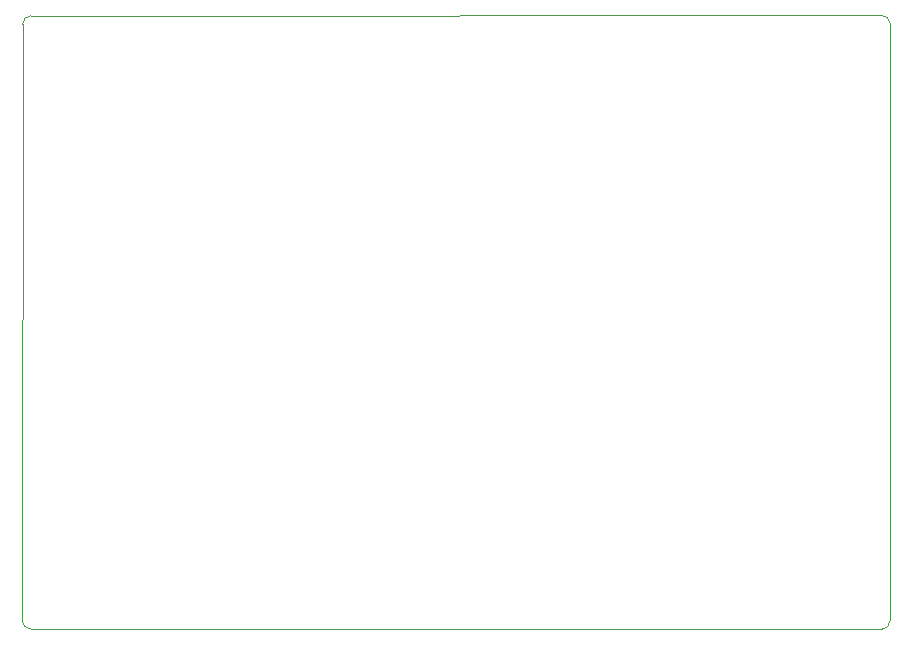
<source format=gbr>
G04 #@! TF.GenerationSoftware,KiCad,Pcbnew,8.0.6-8.0.6-0~ubuntu24.04.1*
G04 #@! TF.CreationDate,2024-11-11T15:02:52+01:00*
G04 #@! TF.ProjectId,PicoMother,5069636f-4d6f-4746-9865-722e6b696361,1*
G04 #@! TF.SameCoordinates,Original*
G04 #@! TF.FileFunction,Profile,NP*
%FSLAX46Y46*%
G04 Gerber Fmt 4.6, Leading zero omitted, Abs format (unit mm)*
G04 Created by KiCad (PCBNEW 8.0.6-8.0.6-0~ubuntu24.04.1) date 2024-11-11 15:02:52*
%MOMM*%
%LPD*%
G01*
G04 APERTURE LIST*
G04 #@! TA.AperFunction,Profile*
%ADD10C,0.050000*%
G04 #@! TD*
G04 APERTURE END LIST*
D10*
X100290768Y-77280330D02*
G75*
G02*
X101011049Y-76530282I750632J30D01*
G01*
X173750000Y-77219673D02*
X173750000Y-127750000D01*
X100250000Y-127750000D02*
X100290768Y-77280330D01*
X173029717Y-128500000D02*
X101000000Y-128470283D01*
X173750000Y-127750000D02*
G75*
G02*
X173029716Y-128499988I-750600J0D01*
G01*
X101011051Y-76530330D02*
X173000000Y-76499390D01*
X173000000Y-76499390D02*
G75*
G02*
X173749997Y-77219673I0J-750610D01*
G01*
X101000000Y-128470283D02*
G75*
G02*
X100250029Y-127749999I0J750583D01*
G01*
M02*

</source>
